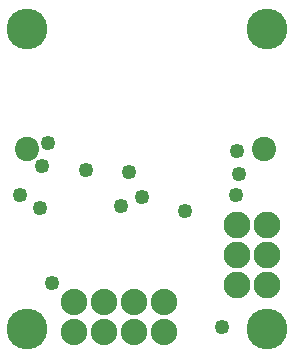
<source format=gbs>
G04 MADE WITH FRITZING*
G04 WWW.FRITZING.ORG*
G04 DOUBLE SIDED*
G04 HOLES PLATED*
G04 CONTOUR ON CENTER OF CONTOUR VECTOR*
%ASAXBY*%
%FSLAX23Y23*%
%MOIN*%
%OFA0B0*%
%SFA1.0B1.0*%
%ADD10C,0.135984*%
%ADD11C,0.089370*%
%ADD12C,0.081181*%
%ADD13C,0.088000*%
%ADD14C,0.049370*%
%LNMASK0*%
G90*
G70*
G54D10*
X898Y133D03*
X98Y133D03*
X898Y1133D03*
X98Y1133D03*
G54D11*
X798Y479D03*
X798Y379D03*
X798Y279D03*
X798Y479D03*
X798Y379D03*
X798Y279D03*
X898Y279D03*
X898Y379D03*
X898Y479D03*
G54D12*
X885Y733D03*
X98Y733D03*
X885Y733D03*
X98Y733D03*
X885Y733D03*
X98Y733D03*
G54D13*
X252Y123D03*
X352Y123D03*
X452Y123D03*
X552Y123D03*
X252Y123D03*
X352Y123D03*
X452Y123D03*
X552Y123D03*
X552Y223D03*
X452Y223D03*
X352Y223D03*
X252Y223D03*
G54D14*
X409Y543D03*
X293Y662D03*
X480Y573D03*
X181Y287D03*
X148Y676D03*
X435Y655D03*
X804Y651D03*
X141Y537D03*
X748Y139D03*
X167Y753D03*
X622Y527D03*
X794Y581D03*
X72Y579D03*
X798Y726D03*
G04 End of Mask0*
M02*
</source>
